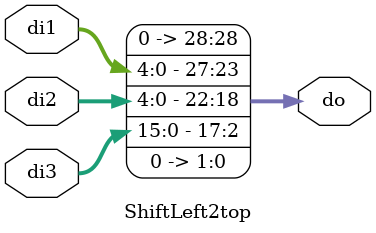
<source format=v>
module ShiftLeft2top (
     input  wire [4:0] di1,
     input  wire [4:0] di2,
     input  wire [15:0] di3,
     output wire [28:0] do
);

    assign do = {di1, di2, di3} << 2;

endmodule
</source>
